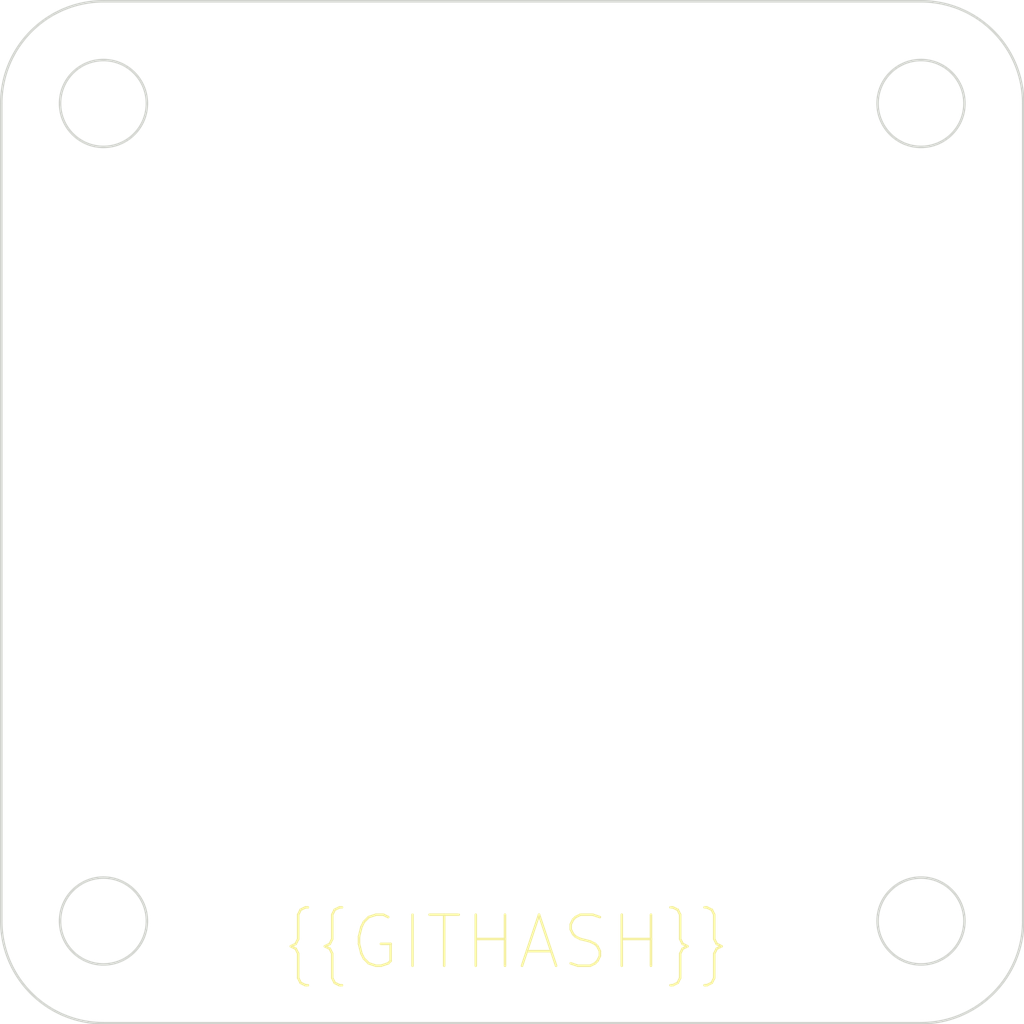
<source format=kicad_pcb>
(kicad_pcb
	(version 20241229)
	(generator "pcbnew")
	(generator_version "9.0")
	(general
		(thickness 1.6)
		(legacy_teardrops no)
	)
	(paper "A4")
	(layers
		(0 "F.Cu" signal)
		(2 "B.Cu" signal)
		(9 "F.Adhes" user "F.Adhesive")
		(11 "B.Adhes" user "B.Adhesive")
		(13 "F.Paste" user)
		(15 "B.Paste" user)
		(5 "F.SilkS" user "F.Silkscreen")
		(7 "B.SilkS" user "B.Silkscreen")
		(1 "F.Mask" user)
		(3 "B.Mask" user)
		(17 "Dwgs.User" user "User.Drawings")
		(19 "Cmts.User" user "User.Comments")
		(21 "Eco1.User" user "User.Eco1")
		(23 "Eco2.User" user "User.Eco2")
		(25 "Edge.Cuts" user)
		(27 "Margin" user)
		(31 "F.CrtYd" user "F.Courtyard")
		(29 "B.CrtYd" user "B.Courtyard")
		(35 "F.Fab" user)
		(33 "B.Fab" user)
		(39 "User.1" user)
		(41 "User.2" user)
		(43 "User.3" user)
		(45 "User.4" user)
		(47 "User.5" user)
		(49 "User.6" user)
		(51 "User.7" user)
		(53 "User.8" user)
		(55 "User.9" user)
	)
	(setup
		(stackup
			(layer "F.SilkS"
				(type "Top Silk Screen")
			)
			(layer "F.Paste"
				(type "Top Solder Paste")
			)
			(layer "F.Mask"
				(type "Top Solder Mask")
				(thickness 0.01)
			)
			(layer "F.Cu"
				(type "copper")
				(thickness 0.035)
			)
			(layer "dielectric 1"
				(type "core")
				(thickness 1.51)
				(material "FR4")
				(epsilon_r 4.5)
				(loss_tangent 0.02)
			)
			(layer "B.Cu"
				(type "copper")
				(thickness 0.035)
			)
			(layer "B.Mask"
				(type "Bottom Solder Mask")
				(thickness 0.01)
			)
			(layer "B.Paste"
				(type "Bottom Solder Paste")
			)
			(layer "B.SilkS"
				(type "Bottom Silk Screen")
			)
			(copper_finish "None")
			(dielectric_constraints no)
		)
		(pad_to_mask_clearance 0)
		(allow_soldermask_bridges_in_footprints no)
		(tenting front back)
		(pcbplotparams
			(layerselection 0x00000000_00000000_55555555_5755f5ff)
			(plot_on_all_layers_selection 0x00000000_00000000_00000000_00000000)
			(disableapertmacros no)
			(usegerberextensions no)
			(usegerberattributes yes)
			(usegerberadvancedattributes yes)
			(creategerberjobfile yes)
			(dashed_line_dash_ratio 12.000000)
			(dashed_line_gap_ratio 3.000000)
			(svgprecision 4)
			(plotframeref no)
			(mode 1)
			(useauxorigin no)
			(hpglpennumber 1)
			(hpglpenspeed 20)
			(hpglpendiameter 15.000000)
			(pdf_front_fp_property_popups yes)
			(pdf_back_fp_property_popups yes)
			(pdf_metadata yes)
			(pdf_single_document no)
			(dxfpolygonmode yes)
			(dxfimperialunits yes)
			(dxfusepcbnewfont yes)
			(psnegative no)
			(psa4output no)
			(plot_black_and_white yes)
			(sketchpadsonfab no)
			(plotpadnumbers no)
			(hidednponfab no)
			(sketchdnponfab yes)
			(crossoutdnponfab yes)
			(subtractmaskfromsilk no)
			(outputformat 1)
			(mirror no)
			(drillshape 1)
			(scaleselection 1)
			(outputdirectory "")
		)
	)
	(net 0 "")
	(gr_circle
		(center 133.352 82.11)
		(end 135.052 82.11)
		(stroke
			(width 0.1)
			(type solid)
		)
		(fill no)
		(layer "Edge.Cuts")
		(uuid "019c0a6d-9bb8-42f8-8584-8f200b71a27b")
	)
	(gr_circle
		(center 165.352 114.11)
		(end 167.052 114.11)
		(stroke
			(width 0.1)
			(type solid)
		)
		(fill no)
		(layer "Edge.Cuts")
		(uuid "097c55d3-ce7a-4886-a7db-9a4e9fcd0127")
	)
	(gr_circle
		(center 165.352 82.11)
		(end 167.052 82.11)
		(stroke
			(width 0.1)
			(type solid)
		)
		(fill no)
		(layer "Edge.Cuts")
		(uuid "0e8e5788-23b0-4e0e-993f-a94957498ae3")
	)
	(gr_arc
		(start 169.352 114.11)
		(mid 168.180427 116.938427)
		(end 165.352 118.11)
		(stroke
			(width 0.1)
			(type solid)
		)
		(layer "Edge.Cuts")
		(uuid "178364bc-250e-4a39-b0ba-4262bbac4b46")
	)
	(gr_arc
		(start 133.352 118.11)
		(mid 130.523573 116.938427)
		(end 129.352 114.11)
		(stroke
			(width 0.1)
			(type solid)
		)
		(layer "Edge.Cuts")
		(uuid "3d8baf97-c836-4397-867c-23e52ff05ce1")
	)
	(gr_line
		(start 169.352 114.11)
		(end 169.352 82.11)
		(stroke
			(width 0.1)
			(type solid)
		)
		(layer "Edge.Cuts")
		(uuid "871dfad9-a85d-42ce-9d2d-6520fae7f4c4")
	)
	(gr_line
		(start 129.352 82.11)
		(end 129.352 114.11)
		(stroke
			(width 0.1)
			(type solid)
		)
		(layer "Edge.Cuts")
		(uuid "8baef1cd-8e58-474a-b843-199aa0080763")
	)
	(gr_arc
		(start 165.352 78.11)
		(mid 168.180427 79.281573)
		(end 169.352 82.11)
		(stroke
			(width 0.1)
			(type solid)
		)
		(layer "Edge.Cuts")
		(uuid "a7e36be5-cc10-4aad-836f-bde309666136")
	)
	(gr_line
		(start 165.352 78.11)
		(end 133.352 78.11)
		(stroke
			(width 0.1)
			(type solid)
		)
		(layer "Edge.Cuts")
		(uuid "b80e33ff-046b-4986-bc0d-6bc4865afc31")
	)
	(gr_arc
		(start 129.352 82.11)
		(mid 130.523573 79.281573)
		(end 133.352 78.11)
		(stroke
			(width 0.1)
			(type solid)
		)
		(layer "Edge.Cuts")
		(uuid "cf226ff4-3173-434d-8c9b-3129470c1ce4")
	)
	(gr_circle
		(center 133.352 114.11)
		(end 135.052 114.11)
		(stroke
			(width 0.1)
			(type solid)
		)
		(fill no)
		(layer "Edge.Cuts")
		(uuid "d6648504-8f45-4127-8704-34acfec9c9a4")
	)
	(gr_line
		(start 133.352 118.11)
		(end 165.352 118.11)
		(stroke
			(width 0.1)
			(type solid)
		)
		(layer "Edge.Cuts")
		(uuid "e1f36007-0f9d-4dc5-ae43-6b056652526f")
	)
	(gr_text "{{GITHASH}}"
		(at 140.240427 116.111573 0)
		(layer "F.SilkS")
		(uuid "d894e23f-c5ed-4336-947e-ac38e533f04c")
		(effects
			(font
				(size 2 2)
				(thickness 0.1)
			)
			(justify left bottom)
		)
	)
	(group ""
		(uuid "deecda4f-8c94-4c72-8782-3da851560eb8")
		(members "019c0a6d-9bb8-42f8-8584-8f200b71a27b" "097c55d3-ce7a-4886-a7db-9a4e9fcd0127"
			"0e8e5788-23b0-4e0e-993f-a94957498ae3" "178364bc-250e-4a39-b0ba-4262bbac4b46"
			"3d8baf97-c836-4397-867c-23e52ff05ce1" "871dfad9-a85d-42ce-9d2d-6520fae7f4c4"
			"8baef1cd-8e58-474a-b843-199aa0080763" "a7e36be5-cc10-4aad-836f-bde309666136"
			"b80e33ff-046b-4986-bc0d-6bc4865afc31" "cf226ff4-3173-434d-8c9b-3129470c1ce4"
			"d6648504-8f45-4127-8704-34acfec9c9a4" "e1f36007-0f9d-4dc5-ae43-6b056652526f"
		)
	)
	(embedded_fonts no)
)

</source>
